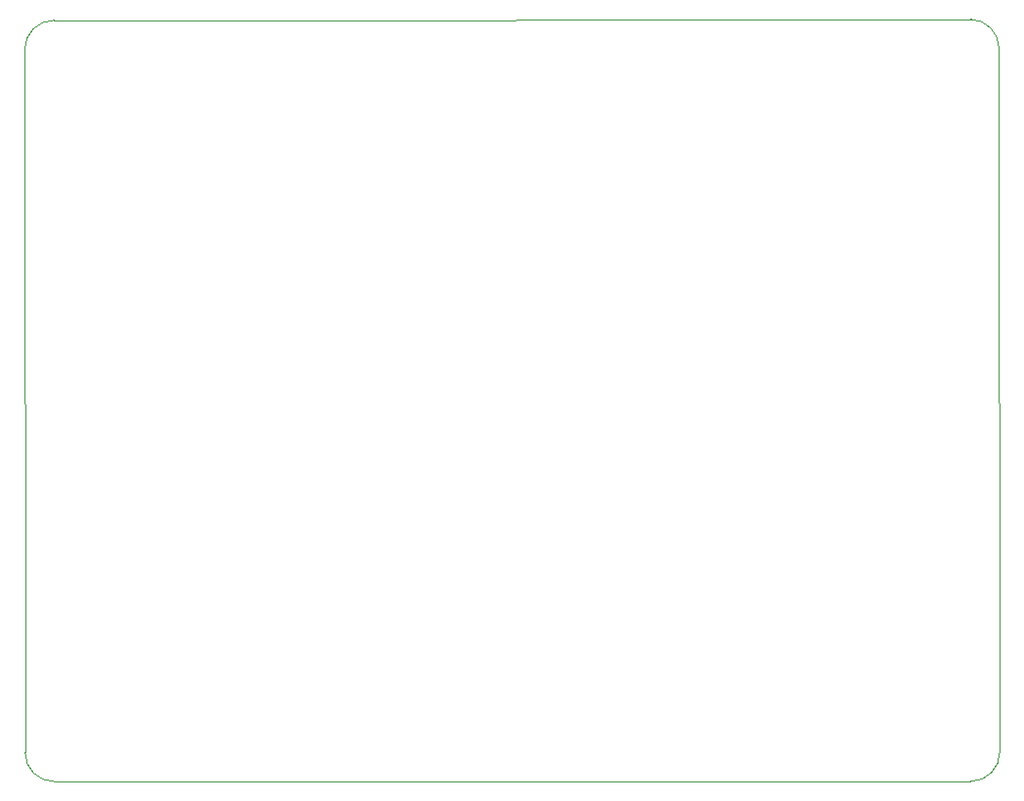
<source format=gbr>
G04 #@! TF.GenerationSoftware,KiCad,Pcbnew,(5.1.4)-1*
G04 #@! TF.CreationDate,2020-03-01T22:40:11-05:00*
G04 #@! TF.ProjectId,FPVRaceTimer,46505652-6163-4655-9469-6d65722e6b69,rev?*
G04 #@! TF.SameCoordinates,Original*
G04 #@! TF.FileFunction,Profile,NP*
%FSLAX46Y46*%
G04 Gerber Fmt 4.6, Leading zero omitted, Abs format (unit mm)*
G04 Created by KiCad (PCBNEW (5.1.4)-1) date 2020-03-01 22:40:11*
%MOMM*%
%LPD*%
G04 APERTURE LIST*
%ADD10C,0.050000*%
G04 APERTURE END LIST*
D10*
X104528620Y-73566020D02*
G75*
G02X106979774Y-76104466I-88846J-2538446D01*
G01*
X107047570Y-137033018D02*
G75*
G02X104508301Y-139633960I-2539269J-60942D01*
G01*
X25196800Y-139649200D02*
G75*
G02X22656800Y-137109200I0J2540000D01*
G01*
X22631368Y-76200000D02*
G75*
G02X25184100Y-73660000I2540032J0D01*
G01*
X104528620Y-73566020D02*
X25184100Y-73660000D01*
X107048300Y-137033000D02*
X106979774Y-76104466D01*
X25196800Y-139649200D02*
X104508301Y-139633960D01*
X22631400Y-76200000D02*
X22656800Y-137109200D01*
M02*

</source>
